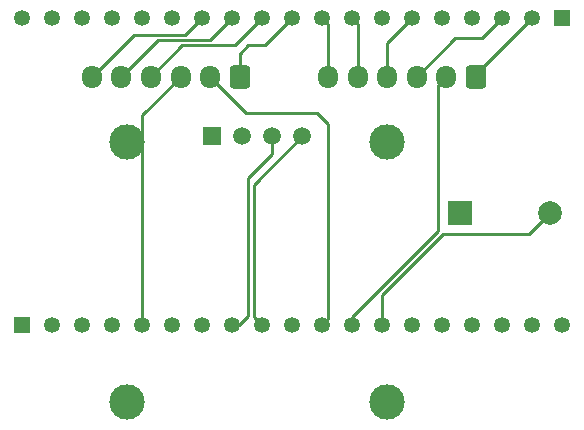
<source format=gtl>
G04 #@! TF.GenerationSoftware,KiCad,Pcbnew,7.0.7*
G04 #@! TF.CreationDate,2024-02-22T14:50:09+01:00*
G04 #@! TF.ProjectId,USB_Breakout_Test_Jig,5553425f-4272-4656-916b-6f75745f5465,v1.0*
G04 #@! TF.SameCoordinates,Original*
G04 #@! TF.FileFunction,Copper,L1,Top*
G04 #@! TF.FilePolarity,Positive*
%FSLAX46Y46*%
G04 Gerber Fmt 4.6, Leading zero omitted, Abs format (unit mm)*
G04 Created by KiCad (PCBNEW 7.0.7) date 2024-02-22 14:50:09*
%MOMM*%
%LPD*%
G01*
G04 APERTURE LIST*
G04 Aperture macros list*
%AMRoundRect*
0 Rectangle with rounded corners*
0 $1 Rounding radius*
0 $2 $3 $4 $5 $6 $7 $8 $9 X,Y pos of 4 corners*
0 Add a 4 corners polygon primitive as box body*
4,1,4,$2,$3,$4,$5,$6,$7,$8,$9,$2,$3,0*
0 Add four circle primitives for the rounded corners*
1,1,$1+$1,$2,$3*
1,1,$1+$1,$4,$5*
1,1,$1+$1,$6,$7*
1,1,$1+$1,$8,$9*
0 Add four rect primitives between the rounded corners*
20,1,$1+$1,$2,$3,$4,$5,0*
20,1,$1+$1,$4,$5,$6,$7,0*
20,1,$1+$1,$6,$7,$8,$9,0*
20,1,$1+$1,$8,$9,$2,$3,0*%
G04 Aperture macros list end*
G04 #@! TA.AperFunction,ComponentPad*
%ADD10RoundRect,0.250000X0.600000X0.725000X-0.600000X0.725000X-0.600000X-0.725000X0.600000X-0.725000X0*%
G04 #@! TD*
G04 #@! TA.AperFunction,ComponentPad*
%ADD11O,1.700000X1.950000*%
G04 #@! TD*
G04 #@! TA.AperFunction,ComponentPad*
%ADD12R,2.000000X2.000000*%
G04 #@! TD*
G04 #@! TA.AperFunction,ComponentPad*
%ADD13C,2.000000*%
G04 #@! TD*
G04 #@! TA.AperFunction,ComponentPad*
%ADD14R,1.508000X1.508000*%
G04 #@! TD*
G04 #@! TA.AperFunction,ComponentPad*
%ADD15C,1.508000*%
G04 #@! TD*
G04 #@! TA.AperFunction,ComponentPad*
%ADD16C,3.000000*%
G04 #@! TD*
G04 #@! TA.AperFunction,ComponentPad*
%ADD17R,1.350000X1.350000*%
G04 #@! TD*
G04 #@! TA.AperFunction,ComponentPad*
%ADD18C,1.350000*%
G04 #@! TD*
G04 #@! TA.AperFunction,Conductor*
%ADD19C,0.250000*%
G04 #@! TD*
G04 APERTURE END LIST*
D10*
X72500000Y-80950000D03*
D11*
X70000000Y-80950000D03*
X67500000Y-80950000D03*
X65000000Y-80950000D03*
X62500000Y-80950000D03*
X60000000Y-80950000D03*
D10*
X92500000Y-80950000D03*
D11*
X90000000Y-80950000D03*
X87500000Y-80950000D03*
X85000000Y-80950000D03*
X82500000Y-80950000D03*
X80000000Y-80950000D03*
D12*
X91200000Y-92500000D03*
D13*
X98800000Y-92500000D03*
D14*
X70190000Y-86000000D03*
D15*
X72730000Y-86000000D03*
X75270000Y-86000000D03*
X77810000Y-86000000D03*
D16*
X63000000Y-86500000D03*
X85000000Y-86500000D03*
X85000000Y-108500000D03*
X63000000Y-108500000D03*
D17*
X99790000Y-76000000D03*
D18*
X97250000Y-76000000D03*
X94710000Y-76000000D03*
X92170000Y-76000000D03*
X89630000Y-76000000D03*
X87090000Y-76000000D03*
X84550000Y-76000000D03*
X82010000Y-76000000D03*
X79470000Y-76000000D03*
X76930000Y-76000000D03*
X74390000Y-76000000D03*
X71850000Y-76000000D03*
X69310000Y-76000000D03*
X66770000Y-76000000D03*
X64230000Y-76000000D03*
X61690000Y-76000000D03*
X59150000Y-76000000D03*
X56610000Y-76000000D03*
X54070000Y-76000000D03*
D17*
X54070000Y-102000000D03*
D18*
X56610000Y-102000000D03*
X59150000Y-102000000D03*
X61690000Y-102000000D03*
X64230000Y-102000000D03*
X66770000Y-102000000D03*
X69310000Y-102000000D03*
X71850000Y-102000000D03*
X74390000Y-102000000D03*
X76930000Y-102000000D03*
X79470000Y-102000000D03*
X82010000Y-102000000D03*
X84550000Y-102000000D03*
X87090000Y-102000000D03*
X89630000Y-102000000D03*
X92170000Y-102000000D03*
X94710000Y-102000000D03*
X97250000Y-102000000D03*
X99790000Y-102000000D03*
D19*
X98800000Y-92500000D02*
X97000000Y-94300000D01*
X84550000Y-99450000D02*
X84550000Y-102000000D01*
X97000000Y-94300000D02*
X89700000Y-94300000D01*
X89700000Y-94300000D02*
X84550000Y-99450000D01*
X82010000Y-101290000D02*
X82010000Y-102000000D01*
X89300000Y-81650000D02*
X89300000Y-94000000D01*
X90000000Y-80950000D02*
X89300000Y-81650000D01*
X89300000Y-94000000D02*
X82010000Y-101290000D01*
X80000000Y-84921000D02*
X80000000Y-101470000D01*
X80000000Y-101470000D02*
X79470000Y-102000000D01*
X73050000Y-84000000D02*
X79079000Y-84000000D01*
X70000000Y-80950000D02*
X73050000Y-84000000D01*
X79079000Y-84000000D02*
X80000000Y-84921000D01*
X67500000Y-80950000D02*
X64230000Y-84220000D01*
X64230000Y-84220000D02*
X64230000Y-102000000D01*
X90750000Y-77700000D02*
X93010000Y-77700000D01*
X93010000Y-77700000D02*
X94710000Y-76000000D01*
X87500000Y-80950000D02*
X90750000Y-77700000D01*
X65000000Y-80950000D02*
X67650000Y-78300000D01*
X67650000Y-78300000D02*
X72090000Y-78300000D01*
X72090000Y-78300000D02*
X74390000Y-76000000D01*
X92500000Y-80750000D02*
X97250000Y-76000000D01*
X92500000Y-80950000D02*
X92500000Y-80750000D01*
X80000000Y-76530000D02*
X79470000Y-76000000D01*
X80000000Y-80950000D02*
X80000000Y-76530000D01*
X67910000Y-77400000D02*
X69310000Y-76000000D01*
X63550000Y-77400000D02*
X67910000Y-77400000D01*
X60000000Y-80950000D02*
X63550000Y-77400000D01*
X72500000Y-80950000D02*
X72500000Y-79000000D01*
X74630000Y-78300000D02*
X76930000Y-76000000D01*
X73200000Y-78300000D02*
X74630000Y-78300000D01*
X72500000Y-79000000D02*
X73200000Y-78300000D01*
X82500000Y-76490000D02*
X82010000Y-76000000D01*
X82500000Y-80950000D02*
X82500000Y-76490000D01*
X70000000Y-77850000D02*
X71850000Y-76000000D01*
X62500000Y-80950000D02*
X65600000Y-77850000D01*
X65600000Y-77850000D02*
X70000000Y-77850000D01*
X85000000Y-80950000D02*
X85000000Y-78090000D01*
X85000000Y-78090000D02*
X87090000Y-76000000D01*
X73200000Y-89570000D02*
X73200000Y-101250000D01*
X75270000Y-86000000D02*
X75270000Y-87500000D01*
X73200000Y-101250000D02*
X72450000Y-102000000D01*
X75270000Y-87500000D02*
X73200000Y-89570000D01*
X72450000Y-102000000D02*
X71850000Y-102000000D01*
X77810000Y-86000000D02*
X73700000Y-90110000D01*
X73700000Y-90110000D02*
X73700000Y-101310000D01*
X73700000Y-101310000D02*
X74390000Y-102000000D01*
M02*

</source>
